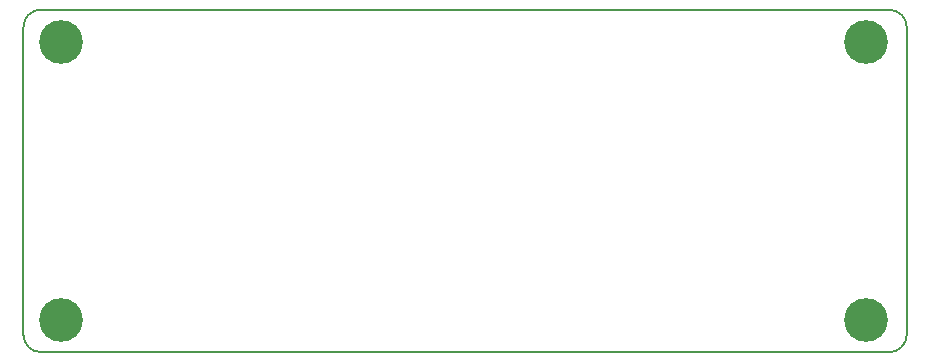
<source format=gts>
G04*
G04 #@! TF.GenerationSoftware,Altium Limited,Altium Designer,20.0.10 (225)*
G04*
G04 Layer_Color=8388736*
%FSLAX44Y44*%
%MOMM*%
G71*
G01*
G75*
%ADD10C,0.2000*%
%ADD11C,3.7032*%
D10*
X747990Y275100D02*
G03*
X733105Y289985I-14885J0D01*
G01*
X733100Y15D02*
G03*
X747985Y14900I0J14885D01*
G01*
X45Y14885D02*
G03*
X14930Y0I14885J0D01*
G01*
X14920Y290080D02*
G03*
X35Y275195I0J-14885D01*
G01*
X0Y14890D02*
Y275000D01*
X14930Y-2D02*
X733100D01*
X748000Y14900D02*
Y275000D01*
X14920Y289998D02*
X733100Y289998D01*
D11*
X713500Y27000D02*
D03*
Y263000D02*
D03*
X32200D02*
D03*
Y27000D02*
D03*
M02*

</source>
